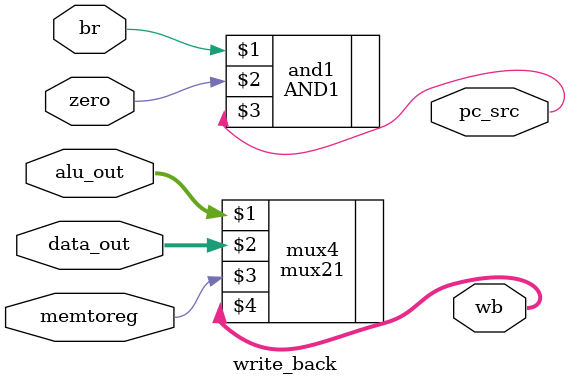
<source format=sv>
module write_back(input logic [31:0]alu_out,
    input logic [31:0]data_out,
    input logic memtoreg,zero,br,
    output logic [31:0]wb,
    output logic pc_src);

mux21 mux4(alu_out,data_out,memtoreg,wb);
AND1 and1(br,zero,pc_src);
endmodule

</source>
